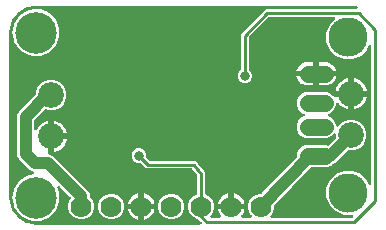
<source format=gbr>
G04 EAGLE Gerber RS-274X export*
G75*
%MOMM*%
%FSLAX34Y34*%
%LPD*%
%INBottom Copper*%
%IPPOS*%
%AMOC8*
5,1,8,0,0,1.08239X$1,22.5*%
G01*
%ADD10C,0.908000*%
%ADD11C,3.516000*%
%ADD12C,2.184400*%
%ADD13C,1.458000*%
%ADD14C,3.316000*%
%ADD15C,1.778000*%
%ADD16C,0.800100*%
%ADD17C,0.254000*%
%ADD18C,1.016000*%

G36*
X164323Y2550D02*
X164323Y2550D01*
X164393Y2548D01*
X164480Y2569D01*
X164569Y2581D01*
X164634Y2606D01*
X164702Y2623D01*
X164781Y2665D01*
X164865Y2698D01*
X164921Y2739D01*
X164983Y2772D01*
X165050Y2832D01*
X165122Y2884D01*
X165167Y2938D01*
X165218Y2986D01*
X165268Y3060D01*
X165325Y3129D01*
X165355Y3193D01*
X165393Y3251D01*
X165422Y3336D01*
X165460Y3417D01*
X165473Y3486D01*
X165496Y3552D01*
X165503Y3642D01*
X165520Y3729D01*
X165516Y3799D01*
X165521Y3869D01*
X165506Y3958D01*
X165500Y4047D01*
X165479Y4113D01*
X165467Y4183D01*
X165430Y4264D01*
X165402Y4349D01*
X165365Y4409D01*
X165336Y4472D01*
X165280Y4542D01*
X165232Y4618D01*
X165181Y4666D01*
X165137Y4721D01*
X165015Y4825D01*
X164338Y5333D01*
X164330Y5338D01*
X164323Y5344D01*
X164191Y5417D01*
X164061Y5491D01*
X164053Y5493D01*
X164045Y5498D01*
X163900Y5535D01*
X163754Y5575D01*
X163745Y5575D01*
X163744Y5575D01*
X162994Y6325D01*
X162987Y6331D01*
X162981Y6338D01*
X162858Y6443D01*
X161667Y7336D01*
X161599Y7375D01*
X161536Y7423D01*
X161391Y7494D01*
X158913Y8520D01*
X155840Y11593D01*
X154177Y15607D01*
X154177Y19953D01*
X155840Y23967D01*
X158913Y27040D01*
X161014Y27910D01*
X161039Y27925D01*
X161067Y27934D01*
X161177Y28003D01*
X161290Y28068D01*
X161311Y28088D01*
X161336Y28104D01*
X161425Y28199D01*
X161518Y28289D01*
X161534Y28314D01*
X161554Y28336D01*
X161617Y28449D01*
X161685Y28560D01*
X161693Y28588D01*
X161708Y28614D01*
X161740Y28740D01*
X161778Y28864D01*
X161780Y28893D01*
X161787Y28922D01*
X161797Y29083D01*
X161797Y44065D01*
X161792Y44106D01*
X161795Y44148D01*
X161772Y44263D01*
X161757Y44380D01*
X161742Y44419D01*
X161734Y44460D01*
X161684Y44567D01*
X161640Y44676D01*
X161616Y44710D01*
X161598Y44747D01*
X161503Y44877D01*
X157584Y49581D01*
X157470Y49687D01*
X157356Y49794D01*
X157353Y49795D01*
X157351Y49797D01*
X157214Y49872D01*
X157077Y49948D01*
X157074Y49948D01*
X157072Y49950D01*
X156920Y49988D01*
X156769Y50027D01*
X156765Y50027D01*
X156764Y50028D01*
X156758Y50028D01*
X156609Y50037D01*
X118502Y50037D01*
X113984Y54555D01*
X113906Y54616D01*
X113834Y54684D01*
X113781Y54713D01*
X113733Y54750D01*
X113642Y54789D01*
X113555Y54837D01*
X113497Y54852D01*
X113441Y54876D01*
X113343Y54892D01*
X113247Y54917D01*
X113147Y54923D01*
X113127Y54926D01*
X113115Y54925D01*
X113087Y54927D01*
X111050Y54927D01*
X108832Y55845D01*
X107135Y57542D01*
X106217Y59760D01*
X106217Y62160D01*
X107135Y64378D01*
X108832Y66075D01*
X111050Y66993D01*
X113450Y66993D01*
X115668Y66075D01*
X117365Y64378D01*
X118283Y62160D01*
X118283Y60123D01*
X118296Y60025D01*
X118299Y59926D01*
X118315Y59868D01*
X118323Y59808D01*
X118360Y59716D01*
X118387Y59621D01*
X118418Y59568D01*
X118440Y59512D01*
X118498Y59432D01*
X118549Y59347D01*
X118615Y59271D01*
X118627Y59255D01*
X118636Y59247D01*
X118655Y59226D01*
X120866Y57014D01*
X120945Y56954D01*
X121017Y56886D01*
X121070Y56857D01*
X121118Y56820D01*
X121209Y56780D01*
X121295Y56732D01*
X121354Y56717D01*
X121409Y56693D01*
X121507Y56678D01*
X121603Y56653D01*
X121703Y56647D01*
X121724Y56643D01*
X121736Y56645D01*
X121764Y56643D01*
X157095Y56643D01*
X157136Y56648D01*
X157178Y56645D01*
X157293Y56668D01*
X157410Y56683D01*
X157449Y56698D01*
X157490Y56706D01*
X157596Y56756D01*
X157607Y56760D01*
X158843Y56648D01*
X158864Y56649D01*
X158957Y56643D01*
X160185Y56643D01*
X160205Y56634D01*
X160239Y56611D01*
X160350Y56571D01*
X160360Y56567D01*
X161154Y55614D01*
X161170Y55599D01*
X161232Y55529D01*
X162100Y54661D01*
X162108Y54641D01*
X162116Y54600D01*
X162166Y54493D01*
X162210Y54384D01*
X162234Y54350D01*
X162252Y54313D01*
X162347Y54183D01*
X167504Y47994D01*
X167520Y47979D01*
X167582Y47909D01*
X168450Y47041D01*
X168458Y47021D01*
X168466Y46980D01*
X168516Y46874D01*
X168520Y46863D01*
X168408Y45627D01*
X168409Y45606D01*
X168403Y45512D01*
X168403Y29083D01*
X168406Y29054D01*
X168404Y29024D01*
X168426Y28896D01*
X168443Y28767D01*
X168453Y28740D01*
X168458Y28711D01*
X168512Y28592D01*
X168560Y28472D01*
X168577Y28448D01*
X168589Y28421D01*
X168670Y28319D01*
X168746Y28214D01*
X168769Y28195D01*
X168788Y28172D01*
X168891Y28094D01*
X168991Y28011D01*
X169018Y27999D01*
X169042Y27981D01*
X169186Y27910D01*
X171287Y27040D01*
X174360Y23967D01*
X176023Y19953D01*
X176023Y15607D01*
X174360Y11593D01*
X173317Y10549D01*
X173232Y10440D01*
X173143Y10333D01*
X173134Y10314D01*
X173122Y10298D01*
X173066Y10171D01*
X173007Y10045D01*
X173003Y10025D01*
X172995Y10006D01*
X172973Y9868D01*
X172947Y9732D01*
X172949Y9712D01*
X172945Y9692D01*
X172958Y9553D01*
X172967Y9415D01*
X172973Y9396D01*
X172975Y9376D01*
X173022Y9244D01*
X173065Y9113D01*
X173076Y9095D01*
X173083Y9076D01*
X173161Y8961D01*
X173235Y8844D01*
X173250Y8830D01*
X173261Y8813D01*
X173365Y8721D01*
X173467Y8626D01*
X173485Y8616D01*
X173500Y8603D01*
X173624Y8540D01*
X173745Y8472D01*
X173765Y8467D01*
X173783Y8458D01*
X173919Y8428D01*
X174053Y8393D01*
X174081Y8391D01*
X174093Y8388D01*
X174114Y8389D01*
X174214Y8383D01*
X180707Y8383D01*
X180747Y8388D01*
X180787Y8385D01*
X180904Y8408D01*
X181023Y8423D01*
X181060Y8437D01*
X181099Y8445D01*
X181207Y8496D01*
X181319Y8540D01*
X181351Y8563D01*
X181387Y8580D01*
X181479Y8656D01*
X181576Y8726D01*
X181601Y8757D01*
X181632Y8782D01*
X181702Y8879D01*
X181779Y8971D01*
X181796Y9007D01*
X181819Y9040D01*
X181863Y9151D01*
X181914Y9259D01*
X181922Y9298D01*
X181936Y9335D01*
X181952Y9454D01*
X181974Y9571D01*
X181972Y9611D01*
X181977Y9651D01*
X181962Y9769D01*
X181954Y9889D01*
X181942Y9927D01*
X181937Y9966D01*
X181893Y10078D01*
X181856Y10191D01*
X181835Y10225D01*
X181820Y10262D01*
X181734Y10398D01*
X180724Y11789D01*
X179907Y13392D01*
X179351Y15103D01*
X179323Y15281D01*
X189270Y15281D01*
X189388Y15296D01*
X189507Y15303D01*
X189545Y15315D01*
X189585Y15321D01*
X189696Y15364D01*
X189809Y15401D01*
X189843Y15423D01*
X189881Y15438D01*
X189977Y15507D01*
X190078Y15571D01*
X190106Y15601D01*
X190138Y15624D01*
X190214Y15716D01*
X190296Y15803D01*
X190315Y15838D01*
X190341Y15869D01*
X190392Y15977D01*
X190449Y16081D01*
X190459Y16121D01*
X190477Y16157D01*
X190497Y16264D01*
X190501Y16234D01*
X190545Y16124D01*
X190581Y16011D01*
X190603Y15976D01*
X190618Y15939D01*
X190688Y15842D01*
X190751Y15742D01*
X190781Y15714D01*
X190805Y15681D01*
X190896Y15605D01*
X190983Y15524D01*
X191018Y15504D01*
X191050Y15479D01*
X191157Y15428D01*
X191262Y15370D01*
X191301Y15360D01*
X191337Y15343D01*
X191454Y15321D01*
X191570Y15291D01*
X191630Y15287D01*
X191650Y15283D01*
X191670Y15285D01*
X191730Y15281D01*
X201677Y15281D01*
X201649Y15103D01*
X201093Y13392D01*
X200276Y11789D01*
X199266Y10398D01*
X199247Y10363D01*
X199221Y10333D01*
X199170Y10224D01*
X199113Y10119D01*
X199103Y10081D01*
X199086Y10045D01*
X199063Y9928D01*
X199033Y9811D01*
X199033Y9771D01*
X199026Y9732D01*
X199033Y9613D01*
X199033Y9493D01*
X199043Y9455D01*
X199046Y9415D01*
X199083Y9301D01*
X199112Y9185D01*
X199131Y9150D01*
X199144Y9113D01*
X199208Y9011D01*
X199265Y8907D01*
X199293Y8878D01*
X199314Y8844D01*
X199401Y8762D01*
X199483Y8675D01*
X199517Y8653D01*
X199546Y8626D01*
X199650Y8568D01*
X199751Y8504D01*
X199789Y8492D01*
X199824Y8472D01*
X199940Y8443D01*
X200054Y8405D01*
X200093Y8403D01*
X200132Y8393D01*
X200293Y8383D01*
X206786Y8383D01*
X206924Y8400D01*
X207062Y8413D01*
X207081Y8420D01*
X207102Y8423D01*
X207231Y8474D01*
X207362Y8521D01*
X207378Y8532D01*
X207397Y8540D01*
X207509Y8621D01*
X207625Y8699D01*
X207638Y8715D01*
X207655Y8726D01*
X207743Y8834D01*
X207835Y8938D01*
X207844Y8956D01*
X207857Y8971D01*
X207917Y9097D01*
X207980Y9221D01*
X207984Y9241D01*
X207993Y9259D01*
X208019Y9396D01*
X208049Y9531D01*
X208049Y9552D01*
X208053Y9571D01*
X208044Y9710D01*
X208040Y9849D01*
X208034Y9869D01*
X208033Y9889D01*
X207990Y10021D01*
X207951Y10155D01*
X207941Y10172D01*
X207935Y10191D01*
X207860Y10309D01*
X207790Y10429D01*
X207771Y10450D01*
X207765Y10460D01*
X207750Y10474D01*
X207683Y10549D01*
X206640Y11593D01*
X204977Y15607D01*
X204977Y19953D01*
X206640Y23967D01*
X209713Y27040D01*
X213727Y28703D01*
X216049Y28703D01*
X216157Y28716D01*
X216266Y28721D01*
X216314Y28736D01*
X216365Y28743D01*
X216466Y28783D01*
X216570Y28814D01*
X216613Y28841D01*
X216661Y28860D01*
X216748Y28923D01*
X216841Y28980D01*
X216900Y29034D01*
X216918Y29046D01*
X216929Y29059D01*
X216960Y29088D01*
X245489Y58496D01*
X245543Y58568D01*
X245604Y58633D01*
X245638Y58694D01*
X245680Y58750D01*
X245714Y58833D01*
X245758Y58911D01*
X245775Y58979D01*
X245802Y59044D01*
X245815Y59133D01*
X245837Y59219D01*
X245845Y59345D01*
X245847Y59359D01*
X245846Y59366D01*
X245847Y59380D01*
X245847Y62104D01*
X247267Y65531D01*
X249889Y68153D01*
X253316Y69573D01*
X271604Y69573D01*
X272065Y69382D01*
X272094Y69374D01*
X272120Y69361D01*
X272246Y69332D01*
X272372Y69298D01*
X272401Y69298D01*
X272430Y69291D01*
X272560Y69295D01*
X272690Y69293D01*
X272718Y69300D01*
X272748Y69301D01*
X272873Y69337D01*
X272999Y69367D01*
X273025Y69381D01*
X273053Y69389D01*
X273165Y69455D01*
X273280Y69516D01*
X273302Y69536D01*
X273327Y69551D01*
X273448Y69657D01*
X278774Y74982D01*
X278834Y75061D01*
X278902Y75133D01*
X278931Y75186D01*
X278968Y75234D01*
X279008Y75325D01*
X279056Y75411D01*
X279071Y75470D01*
X279095Y75526D01*
X279110Y75624D01*
X279135Y75719D01*
X279141Y75819D01*
X279145Y75840D01*
X279143Y75852D01*
X279145Y75880D01*
X279145Y78397D01*
X279128Y78534D01*
X279115Y78673D01*
X279108Y78692D01*
X279105Y78712D01*
X279054Y78841D01*
X279007Y78972D01*
X278996Y78989D01*
X278988Y79008D01*
X278907Y79120D01*
X278829Y79235D01*
X278813Y79249D01*
X278802Y79265D01*
X278694Y79354D01*
X278590Y79446D01*
X278572Y79455D01*
X278557Y79468D01*
X278431Y79527D01*
X278307Y79591D01*
X278287Y79595D01*
X278269Y79604D01*
X278133Y79630D01*
X277997Y79660D01*
X277976Y79660D01*
X277957Y79663D01*
X277818Y79655D01*
X277679Y79651D01*
X277659Y79645D01*
X277639Y79644D01*
X277507Y79601D01*
X277373Y79562D01*
X277356Y79552D01*
X277337Y79546D01*
X277219Y79471D01*
X277099Y79401D01*
X277078Y79382D01*
X277068Y79375D01*
X277054Y79360D01*
X276979Y79294D01*
X275031Y77347D01*
X271604Y75927D01*
X253316Y75927D01*
X249889Y77347D01*
X247267Y79969D01*
X245847Y83396D01*
X245847Y87104D01*
X247267Y90531D01*
X249889Y93153D01*
X252120Y94077D01*
X252241Y94146D01*
X252363Y94211D01*
X252378Y94225D01*
X252396Y94235D01*
X252496Y94332D01*
X252599Y94425D01*
X252610Y94442D01*
X252624Y94456D01*
X252697Y94574D01*
X252773Y94691D01*
X252780Y94710D01*
X252791Y94727D01*
X252831Y94860D01*
X252877Y94992D01*
X252878Y95012D01*
X252884Y95031D01*
X252891Y95170D01*
X252902Y95309D01*
X252898Y95329D01*
X252899Y95349D01*
X252871Y95485D01*
X252847Y95622D01*
X252839Y95641D01*
X252835Y95660D01*
X252774Y95785D01*
X252717Y95912D01*
X252704Y95928D01*
X252695Y95946D01*
X252605Y96052D01*
X252518Y96160D01*
X252502Y96173D01*
X252489Y96188D01*
X252375Y96268D01*
X252264Y96352D01*
X252239Y96364D01*
X252229Y96371D01*
X252210Y96378D01*
X252120Y96423D01*
X249889Y97347D01*
X247267Y99969D01*
X245847Y103396D01*
X245847Y107104D01*
X247267Y110531D01*
X249889Y113153D01*
X253316Y114573D01*
X271604Y114573D01*
X275031Y113153D01*
X277062Y111122D01*
X277140Y111062D01*
X277212Y110994D01*
X277265Y110965D01*
X277313Y110928D01*
X277404Y110888D01*
X277491Y110840D01*
X277549Y110825D01*
X277605Y110801D01*
X277703Y110786D01*
X277799Y110761D01*
X277899Y110755D01*
X277919Y110751D01*
X277931Y110752D01*
X277959Y110751D01*
X289601Y110751D01*
X289601Y100015D01*
X288947Y100119D01*
X286932Y100774D01*
X285044Y101736D01*
X283330Y102981D01*
X281831Y104480D01*
X281369Y105116D01*
X281314Y105174D01*
X281268Y105239D01*
X281206Y105290D01*
X281151Y105348D01*
X281084Y105391D01*
X281023Y105441D01*
X280950Y105476D01*
X280883Y105518D01*
X280807Y105543D01*
X280735Y105577D01*
X280656Y105592D01*
X280580Y105617D01*
X280501Y105622D01*
X280422Y105637D01*
X280343Y105632D01*
X280263Y105637D01*
X280185Y105622D01*
X280105Y105617D01*
X280029Y105592D01*
X279950Y105577D01*
X279878Y105543D01*
X279803Y105519D01*
X279735Y105476D01*
X279663Y105442D01*
X279601Y105391D01*
X279534Y105349D01*
X279479Y105290D01*
X279417Y105240D01*
X279370Y105175D01*
X279316Y105117D01*
X279277Y105047D01*
X279230Y104982D01*
X279201Y104908D01*
X279162Y104839D01*
X279142Y104761D01*
X279113Y104687D01*
X279103Y104608D01*
X279083Y104531D01*
X279073Y104373D01*
X279073Y104371D01*
X279073Y104370D01*
X279073Y103396D01*
X277653Y99969D01*
X275031Y97347D01*
X272800Y96423D01*
X272680Y96354D01*
X272557Y96289D01*
X272542Y96275D01*
X272524Y96265D01*
X272424Y96168D01*
X272321Y96075D01*
X272310Y96058D01*
X272296Y96044D01*
X272223Y95925D01*
X272147Y95809D01*
X272140Y95790D01*
X272129Y95773D01*
X272088Y95640D01*
X272043Y95508D01*
X272042Y95488D01*
X272036Y95469D01*
X272029Y95330D01*
X272018Y95191D01*
X272022Y95171D01*
X272021Y95151D01*
X272049Y95015D01*
X272073Y94878D01*
X272081Y94859D01*
X272085Y94840D01*
X272146Y94714D01*
X272203Y94588D01*
X272216Y94572D01*
X272225Y94554D01*
X272315Y94448D01*
X272402Y94340D01*
X272418Y94327D01*
X272431Y94312D01*
X272545Y94232D01*
X272656Y94148D01*
X272681Y94136D01*
X272691Y94129D01*
X272710Y94122D01*
X272800Y94077D01*
X275031Y93153D01*
X277653Y90531D01*
X279073Y87104D01*
X279073Y86608D01*
X279090Y86470D01*
X279103Y86331D01*
X279110Y86312D01*
X279113Y86292D01*
X279164Y86163D01*
X279211Y86032D01*
X279222Y86015D01*
X279230Y85996D01*
X279311Y85884D01*
X279389Y85769D01*
X279405Y85756D01*
X279416Y85739D01*
X279524Y85650D01*
X279628Y85558D01*
X279646Y85549D01*
X279661Y85536D01*
X279787Y85477D01*
X279911Y85414D01*
X279931Y85409D01*
X279949Y85401D01*
X280085Y85375D01*
X280221Y85344D01*
X280242Y85345D01*
X280261Y85341D01*
X280400Y85350D01*
X280539Y85354D01*
X280559Y85360D01*
X280579Y85361D01*
X280711Y85404D01*
X280845Y85442D01*
X280862Y85453D01*
X280881Y85459D01*
X280999Y85533D01*
X281119Y85604D01*
X281140Y85622D01*
X281150Y85629D01*
X281164Y85644D01*
X281239Y85710D01*
X284762Y89233D01*
X289523Y91205D01*
X294677Y91205D01*
X299438Y89233D01*
X303083Y85588D01*
X305055Y80827D01*
X305055Y75673D01*
X303083Y70912D01*
X299438Y67267D01*
X294677Y65295D01*
X289730Y65295D01*
X289632Y65283D01*
X289533Y65280D01*
X289474Y65263D01*
X289414Y65255D01*
X289322Y65219D01*
X289227Y65191D01*
X289175Y65161D01*
X289119Y65138D01*
X289039Y65080D01*
X288953Y65030D01*
X288878Y64964D01*
X288861Y64952D01*
X288854Y64942D01*
X288832Y64924D01*
X278129Y54220D01*
X276272Y53451D01*
X276264Y53446D01*
X276255Y53444D01*
X276125Y53367D01*
X275996Y53293D01*
X275989Y53287D01*
X275981Y53282D01*
X275860Y53176D01*
X275031Y52347D01*
X271604Y50927D01*
X258503Y50927D01*
X258395Y50914D01*
X258287Y50909D01*
X258238Y50894D01*
X258187Y50887D01*
X258086Y50847D01*
X257982Y50816D01*
X257939Y50789D01*
X257892Y50770D01*
X257804Y50707D01*
X257711Y50650D01*
X257652Y50596D01*
X257634Y50584D01*
X257624Y50571D01*
X257592Y50542D01*
X227181Y19194D01*
X227127Y19122D01*
X227066Y19057D01*
X227032Y18996D01*
X226990Y18939D01*
X226956Y18857D01*
X226912Y18778D01*
X226895Y18710D01*
X226868Y18646D01*
X226855Y18557D01*
X226833Y18470D01*
X226825Y18345D01*
X226823Y18331D01*
X226824Y18324D01*
X226823Y18310D01*
X226823Y15607D01*
X225160Y11593D01*
X224117Y10549D01*
X224032Y10440D01*
X223943Y10333D01*
X223934Y10314D01*
X223922Y10298D01*
X223866Y10171D01*
X223807Y10045D01*
X223803Y10025D01*
X223795Y10006D01*
X223773Y9868D01*
X223747Y9732D01*
X223749Y9712D01*
X223745Y9692D01*
X223758Y9553D01*
X223767Y9415D01*
X223773Y9396D01*
X223775Y9376D01*
X223822Y9244D01*
X223865Y9113D01*
X223876Y9095D01*
X223883Y9076D01*
X223961Y8961D01*
X224035Y8844D01*
X224050Y8830D01*
X224061Y8813D01*
X224165Y8721D01*
X224267Y8626D01*
X224285Y8616D01*
X224300Y8603D01*
X224424Y8540D01*
X224545Y8472D01*
X224565Y8467D01*
X224583Y8458D01*
X224719Y8428D01*
X224853Y8393D01*
X224881Y8391D01*
X224893Y8388D01*
X224914Y8389D01*
X225014Y8383D01*
X292746Y8383D01*
X292844Y8395D01*
X292942Y8398D01*
X293001Y8415D01*
X293062Y8423D01*
X293153Y8459D01*
X293248Y8486D01*
X293301Y8517D01*
X293357Y8540D01*
X293437Y8597D01*
X293522Y8647D01*
X293598Y8715D01*
X293615Y8726D01*
X293622Y8736D01*
X293627Y8740D01*
X293631Y8742D01*
X293633Y8745D01*
X293643Y8754D01*
X293659Y8770D01*
X293745Y8880D01*
X293834Y8987D01*
X293842Y9005D01*
X293854Y9021D01*
X293910Y9149D01*
X293969Y9275D01*
X293973Y9294D01*
X293981Y9312D01*
X294003Y9451D01*
X294029Y9588D01*
X294028Y9607D01*
X294031Y9627D01*
X294018Y9766D01*
X294009Y9905D01*
X294003Y9924D01*
X294001Y9943D01*
X293954Y10075D01*
X293911Y10207D01*
X293901Y10224D01*
X293894Y10243D01*
X293816Y10358D01*
X293741Y10476D01*
X293727Y10490D01*
X293716Y10506D01*
X293611Y10599D01*
X293509Y10694D01*
X293492Y10704D01*
X293477Y10717D01*
X293353Y10780D01*
X293231Y10848D01*
X293212Y10852D01*
X293194Y10861D01*
X293058Y10892D01*
X292923Y10927D01*
X292896Y10929D01*
X292884Y10931D01*
X292864Y10931D01*
X292762Y10937D01*
X285858Y10937D01*
X279017Y13771D01*
X273781Y19007D01*
X270947Y25848D01*
X270947Y33252D01*
X273781Y40093D01*
X279017Y45329D01*
X285858Y48163D01*
X293262Y48163D01*
X300103Y45329D01*
X305339Y40093D01*
X306675Y36867D01*
X306710Y36807D01*
X306736Y36742D01*
X306788Y36669D01*
X306833Y36591D01*
X306881Y36541D01*
X306922Y36484D01*
X306992Y36427D01*
X307054Y36363D01*
X307114Y36326D01*
X307167Y36282D01*
X307249Y36243D01*
X307325Y36196D01*
X307392Y36176D01*
X307455Y36146D01*
X307543Y36129D01*
X307629Y36103D01*
X307699Y36099D01*
X307768Y36086D01*
X307857Y36092D01*
X307947Y36088D01*
X308015Y36102D01*
X308085Y36106D01*
X308170Y36134D01*
X308258Y36152D01*
X308321Y36183D01*
X308387Y36204D01*
X308463Y36252D01*
X308544Y36292D01*
X308597Y36337D01*
X308656Y36374D01*
X308718Y36440D01*
X308786Y36498D01*
X308826Y36555D01*
X308874Y36606D01*
X308917Y36684D01*
X308969Y36758D01*
X308994Y36823D01*
X309028Y36884D01*
X309050Y36971D01*
X309082Y37055D01*
X309090Y37125D01*
X309107Y37192D01*
X309117Y37353D01*
X309117Y153147D01*
X309109Y153216D01*
X309110Y153286D01*
X309089Y153374D01*
X309077Y153463D01*
X309052Y153528D01*
X309035Y153595D01*
X308993Y153675D01*
X308960Y153758D01*
X308919Y153815D01*
X308887Y153876D01*
X308826Y153943D01*
X308774Y154016D01*
X308720Y154060D01*
X308673Y154112D01*
X308598Y154161D01*
X308529Y154218D01*
X308465Y154248D01*
X308407Y154287D01*
X308322Y154316D01*
X308241Y154354D01*
X308172Y154367D01*
X308106Y154390D01*
X308017Y154397D01*
X307929Y154414D01*
X307859Y154409D01*
X307789Y154415D01*
X307701Y154400D01*
X307611Y154394D01*
X307545Y154373D01*
X307476Y154361D01*
X307394Y154324D01*
X307309Y154296D01*
X307250Y154259D01*
X307186Y154230D01*
X307116Y154174D01*
X307040Y154126D01*
X306992Y154075D01*
X306938Y154031D01*
X306883Y153960D01*
X306822Y153894D01*
X306788Y153833D01*
X306746Y153777D01*
X306675Y153633D01*
X305339Y150407D01*
X300103Y145171D01*
X293262Y142337D01*
X285858Y142337D01*
X279017Y145171D01*
X273781Y150407D01*
X270947Y157248D01*
X270947Y164652D01*
X273781Y171493D01*
X278428Y176141D01*
X278513Y176250D01*
X278602Y176357D01*
X278611Y176376D01*
X278623Y176392D01*
X278679Y176520D01*
X278738Y176645D01*
X278741Y176665D01*
X278749Y176684D01*
X278771Y176822D01*
X278797Y176958D01*
X278796Y176978D01*
X278799Y176998D01*
X278786Y177137D01*
X278778Y177275D01*
X278771Y177294D01*
X278769Y177314D01*
X278722Y177446D01*
X278680Y177577D01*
X278669Y177595D01*
X278662Y177614D01*
X278584Y177729D01*
X278509Y177846D01*
X278495Y177860D01*
X278483Y177877D01*
X278379Y177969D01*
X278278Y178064D01*
X278260Y178074D01*
X278245Y178087D01*
X278121Y178151D01*
X277999Y178218D01*
X277980Y178223D01*
X277962Y178232D01*
X277826Y178262D01*
X277691Y178297D01*
X277663Y178299D01*
X277651Y178302D01*
X277631Y178301D01*
X277531Y178307D01*
X222874Y178307D01*
X222776Y178295D01*
X222677Y178292D01*
X222618Y178275D01*
X222558Y178267D01*
X222466Y178231D01*
X222371Y178203D01*
X222319Y178173D01*
X222263Y178150D01*
X222183Y178092D01*
X222097Y178042D01*
X222022Y177976D01*
X222005Y177964D01*
X221997Y177954D01*
X221976Y177936D01*
X205604Y161564D01*
X205544Y161485D01*
X205476Y161413D01*
X205447Y161360D01*
X205410Y161312D01*
X205370Y161221D01*
X205322Y161135D01*
X205307Y161076D01*
X205283Y161021D01*
X205268Y160923D01*
X205243Y160827D01*
X205237Y160727D01*
X205233Y160706D01*
X205235Y160694D01*
X205233Y160666D01*
X205233Y134025D01*
X205245Y133927D01*
X205248Y133828D01*
X205265Y133770D01*
X205273Y133710D01*
X205309Y133618D01*
X205337Y133523D01*
X205367Y133470D01*
X205390Y133414D01*
X205448Y133334D01*
X205498Y133249D01*
X205564Y133173D01*
X205576Y133157D01*
X205586Y133149D01*
X205604Y133128D01*
X207045Y131688D01*
X207963Y129470D01*
X207963Y127070D01*
X207045Y124852D01*
X205348Y123155D01*
X203130Y122237D01*
X200730Y122237D01*
X198512Y123155D01*
X196815Y124852D01*
X195897Y127070D01*
X195897Y129470D01*
X196815Y131688D01*
X198256Y133128D01*
X198316Y133206D01*
X198384Y133278D01*
X198413Y133331D01*
X198450Y133379D01*
X198490Y133470D01*
X198538Y133557D01*
X198553Y133615D01*
X198577Y133671D01*
X198592Y133769D01*
X198617Y133865D01*
X198623Y133965D01*
X198627Y133985D01*
X198625Y133997D01*
X198627Y134025D01*
X198627Y163928D01*
X219612Y184913D01*
X296223Y184913D01*
X296341Y184928D01*
X296461Y184935D01*
X296499Y184948D01*
X296538Y184953D01*
X296649Y184996D01*
X296763Y185033D01*
X296797Y185055D01*
X296834Y185070D01*
X296931Y185140D01*
X297032Y185204D01*
X297059Y185233D01*
X297092Y185256D01*
X297168Y185348D01*
X297249Y185435D01*
X297269Y185471D01*
X297294Y185501D01*
X297345Y185609D01*
X297403Y185714D01*
X297413Y185753D01*
X297430Y185789D01*
X297452Y185906D01*
X297482Y186022D01*
X297482Y186062D01*
X297490Y186101D01*
X297482Y186221D01*
X297482Y186340D01*
X297472Y186379D01*
X297470Y186419D01*
X297433Y186532D01*
X297404Y186648D01*
X297384Y186683D01*
X297372Y186721D01*
X297308Y186822D01*
X297251Y186927D01*
X297223Y186956D01*
X297202Y186990D01*
X297115Y187072D01*
X297033Y187159D01*
X296999Y187181D01*
X296970Y187208D01*
X296866Y187266D01*
X296765Y187330D01*
X296709Y187352D01*
X296692Y187362D01*
X296672Y187367D01*
X296615Y187389D01*
X295870Y187631D01*
X295802Y187644D01*
X295736Y187667D01*
X295577Y187690D01*
X292200Y187955D01*
X292178Y187954D01*
X292100Y187959D01*
X25400Y187959D01*
X25378Y187957D01*
X25300Y187955D01*
X21923Y187690D01*
X21855Y187676D01*
X21786Y187671D01*
X21630Y187631D01*
X18892Y186741D01*
X18867Y186730D01*
X18841Y186724D01*
X18724Y186663D01*
X18604Y186606D01*
X18583Y186589D01*
X18560Y186577D01*
X18462Y186489D01*
X18445Y186488D01*
X18418Y186493D01*
X18286Y186485D01*
X18153Y186483D01*
X18128Y186475D01*
X18101Y186474D01*
X17945Y186434D01*
X15206Y185544D01*
X15099Y185494D01*
X14988Y185450D01*
X14937Y185417D01*
X14918Y185409D01*
X14903Y185396D01*
X14852Y185364D01*
X9388Y181393D01*
X9301Y181312D01*
X9209Y181236D01*
X9171Y181190D01*
X9156Y181176D01*
X9145Y181158D01*
X9107Y181112D01*
X5136Y175648D01*
X5079Y175544D01*
X5015Y175444D01*
X4993Y175387D01*
X4983Y175369D01*
X4978Y175349D01*
X4956Y175294D01*
X2869Y168870D01*
X2856Y168802D01*
X2833Y168736D01*
X2810Y168577D01*
X2545Y165200D01*
X2546Y165178D01*
X2541Y165100D01*
X2541Y25400D01*
X2543Y25378D01*
X2545Y25300D01*
X2810Y21923D01*
X2824Y21855D01*
X2829Y21786D01*
X2869Y21630D01*
X4956Y15206D01*
X5006Y15099D01*
X5050Y14988D01*
X5083Y14937D01*
X5091Y14918D01*
X5104Y14903D01*
X5136Y14852D01*
X9107Y9388D01*
X9127Y9366D01*
X9138Y9348D01*
X9184Y9305D01*
X9188Y9301D01*
X9264Y9209D01*
X9310Y9171D01*
X9324Y9156D01*
X9342Y9145D01*
X9388Y9107D01*
X14596Y5322D01*
X14852Y5136D01*
X14956Y5079D01*
X15056Y5015D01*
X15113Y4993D01*
X15131Y4983D01*
X15151Y4978D01*
X15206Y4956D01*
X17945Y4066D01*
X17971Y4061D01*
X17996Y4051D01*
X18127Y4031D01*
X18257Y4007D01*
X18284Y4008D01*
X18310Y4004D01*
X18441Y4018D01*
X18455Y4008D01*
X18474Y3989D01*
X18586Y3917D01*
X18694Y3842D01*
X18719Y3832D01*
X18742Y3818D01*
X18892Y3759D01*
X21630Y2869D01*
X21698Y2856D01*
X21764Y2833D01*
X21923Y2810D01*
X25300Y2545D01*
X25322Y2546D01*
X25400Y2541D01*
X164253Y2541D01*
X164323Y2550D01*
G37*
%LPC*%
G36*
X23676Y5780D02*
X23676Y5780D01*
X23658Y5780D01*
X23543Y5787D01*
X21499Y5787D01*
X20951Y6014D01*
X20853Y6041D01*
X20757Y6077D01*
X20665Y6092D01*
X20644Y6098D01*
X20631Y6098D01*
X20598Y6104D01*
X19416Y6228D01*
X19390Y6227D01*
X19364Y6232D01*
X19231Y6224D01*
X19173Y6223D01*
X19147Y6250D01*
X19125Y6265D01*
X19106Y6283D01*
X18972Y6372D01*
X16215Y7964D01*
X16212Y7965D01*
X16210Y7967D01*
X16066Y8038D01*
X14290Y8773D01*
X13693Y9370D01*
X13626Y9422D01*
X13565Y9483D01*
X13451Y9558D01*
X13442Y9565D01*
X13438Y9567D01*
X13431Y9572D01*
X11929Y10439D01*
X10139Y12903D01*
X10126Y12917D01*
X10116Y12933D01*
X10009Y13054D01*
X8773Y14290D01*
X8357Y15296D01*
X8322Y15356D01*
X8297Y15420D01*
X8211Y15556D01*
X7008Y17211D01*
X6447Y19850D01*
X6436Y19883D01*
X6431Y19919D01*
X6379Y20071D01*
X5787Y21499D01*
X5787Y22822D01*
X5781Y22874D01*
X5783Y22926D01*
X5760Y23086D01*
X5268Y25400D01*
X5760Y27714D01*
X5764Y27767D01*
X5777Y27818D01*
X5787Y27978D01*
X5787Y29301D01*
X6379Y30729D01*
X6388Y30763D01*
X6404Y30795D01*
X6447Y30950D01*
X7008Y33589D01*
X8211Y35244D01*
X8244Y35305D01*
X8286Y35360D01*
X8357Y35504D01*
X8773Y36510D01*
X10009Y37746D01*
X10021Y37761D01*
X10036Y37773D01*
X10139Y37897D01*
X11929Y40361D01*
X13431Y41228D01*
X13499Y41280D01*
X13573Y41324D01*
X13675Y41414D01*
X13684Y41421D01*
X13687Y41424D01*
X13693Y41430D01*
X14290Y42027D01*
X16066Y42762D01*
X16068Y42764D01*
X16070Y42764D01*
X16215Y42836D01*
X19179Y44547D01*
X20598Y44696D01*
X20698Y44720D01*
X20799Y44734D01*
X20887Y44764D01*
X20908Y44769D01*
X20920Y44775D01*
X20951Y44786D01*
X21499Y45013D01*
X22332Y45013D01*
X22402Y45021D01*
X22472Y45020D01*
X22559Y45041D01*
X22648Y45053D01*
X22713Y45078D01*
X22781Y45095D01*
X22860Y45137D01*
X22944Y45170D01*
X23000Y45211D01*
X23062Y45243D01*
X23128Y45304D01*
X23201Y45356D01*
X23246Y45410D01*
X23297Y45457D01*
X23347Y45532D01*
X23404Y45601D01*
X23434Y45665D01*
X23472Y45723D01*
X23501Y45808D01*
X23539Y45889D01*
X23552Y45958D01*
X23575Y46024D01*
X23582Y46113D01*
X23599Y46201D01*
X23595Y46271D01*
X23600Y46341D01*
X23585Y46429D01*
X23579Y46519D01*
X23558Y46585D01*
X23546Y46654D01*
X23509Y46736D01*
X23481Y46821D01*
X23444Y46880D01*
X23415Y46944D01*
X23359Y47014D01*
X23311Y47090D01*
X23260Y47138D01*
X23217Y47192D01*
X23145Y47247D01*
X23080Y47308D01*
X23019Y47342D01*
X22963Y47384D01*
X22818Y47455D01*
X20101Y48580D01*
X10480Y58201D01*
X9397Y60815D01*
X9397Y95395D01*
X10480Y98009D01*
X24774Y112302D01*
X24834Y112381D01*
X24902Y112453D01*
X24931Y112506D01*
X24968Y112554D01*
X25008Y112645D01*
X25056Y112731D01*
X25071Y112790D01*
X25095Y112846D01*
X25110Y112944D01*
X25135Y113039D01*
X25141Y113139D01*
X25145Y113160D01*
X25143Y113172D01*
X25145Y113200D01*
X25145Y114827D01*
X27117Y119588D01*
X30762Y123233D01*
X35523Y125205D01*
X40677Y125205D01*
X45438Y123233D01*
X49083Y119588D01*
X51055Y114827D01*
X51055Y109673D01*
X49083Y104912D01*
X45438Y101267D01*
X40677Y99295D01*
X35523Y99295D01*
X33734Y100037D01*
X33705Y100044D01*
X33679Y100058D01*
X33552Y100086D01*
X33427Y100120D01*
X33397Y100121D01*
X33368Y100127D01*
X33239Y100123D01*
X33109Y100126D01*
X33080Y100119D01*
X33051Y100118D01*
X32926Y100082D01*
X32800Y100051D01*
X32773Y100038D01*
X32745Y100029D01*
X32634Y99964D01*
X32518Y99903D01*
X32497Y99883D01*
X32471Y99868D01*
X32350Y99761D01*
X23994Y91406D01*
X23934Y91327D01*
X23866Y91255D01*
X23837Y91202D01*
X23800Y91154D01*
X23760Y91063D01*
X23712Y90977D01*
X23697Y90918D01*
X23673Y90862D01*
X23658Y90764D01*
X23633Y90669D01*
X23627Y90569D01*
X23623Y90548D01*
X23625Y90536D01*
X23623Y90508D01*
X23623Y83778D01*
X23625Y83758D01*
X23623Y83738D01*
X23645Y83600D01*
X23663Y83462D01*
X23670Y83444D01*
X23673Y83424D01*
X23728Y83296D01*
X23780Y83167D01*
X23791Y83150D01*
X23799Y83132D01*
X23885Y83022D01*
X23966Y82909D01*
X23982Y82896D01*
X23994Y82881D01*
X24104Y82795D01*
X24211Y82706D01*
X24229Y82698D01*
X24245Y82686D01*
X24373Y82630D01*
X24499Y82571D01*
X24519Y82567D01*
X24537Y82559D01*
X24675Y82537D01*
X24811Y82511D01*
X24831Y82512D01*
X24851Y82509D01*
X24990Y82522D01*
X25129Y82531D01*
X25148Y82537D01*
X25168Y82539D01*
X25299Y82586D01*
X25431Y82629D01*
X25448Y82640D01*
X25467Y82646D01*
X25582Y82724D01*
X25700Y82799D01*
X25714Y82814D01*
X25730Y82825D01*
X25822Y82929D01*
X25918Y83031D01*
X25928Y83048D01*
X25941Y83063D01*
X26023Y83202D01*
X26586Y84306D01*
X27831Y86020D01*
X29330Y87519D01*
X31044Y88764D01*
X32932Y89726D01*
X34947Y90381D01*
X35601Y90485D01*
X35601Y78480D01*
X35616Y78362D01*
X35623Y78243D01*
X35635Y78205D01*
X35641Y78165D01*
X35684Y78054D01*
X35721Y77941D01*
X35743Y77907D01*
X35758Y77869D01*
X35827Y77773D01*
X35891Y77672D01*
X35921Y77644D01*
X35944Y77612D01*
X36036Y77536D01*
X36123Y77454D01*
X36158Y77435D01*
X36189Y77409D01*
X36297Y77358D01*
X36401Y77301D01*
X36441Y77291D01*
X36477Y77273D01*
X36584Y77253D01*
X36554Y77249D01*
X36444Y77205D01*
X36331Y77169D01*
X36296Y77147D01*
X36259Y77132D01*
X36162Y77062D01*
X36062Y76999D01*
X36034Y76969D01*
X36001Y76945D01*
X35925Y76854D01*
X35844Y76767D01*
X35824Y76732D01*
X35799Y76700D01*
X35748Y76593D01*
X35690Y76488D01*
X35680Y76449D01*
X35663Y76413D01*
X35641Y76296D01*
X35611Y76180D01*
X35607Y76120D01*
X35603Y76100D01*
X35605Y76080D01*
X35601Y76020D01*
X35601Y62992D01*
X35616Y62874D01*
X35623Y62755D01*
X35635Y62717D01*
X35641Y62676D01*
X35684Y62566D01*
X35721Y62453D01*
X35743Y62418D01*
X35758Y62381D01*
X35827Y62285D01*
X35891Y62184D01*
X35921Y62156D01*
X35944Y62123D01*
X36036Y62047D01*
X36123Y61966D01*
X36158Y61946D01*
X36189Y61921D01*
X36297Y61870D01*
X36401Y61812D01*
X36441Y61802D01*
X36477Y61785D01*
X36594Y61763D01*
X36709Y61733D01*
X36769Y61729D01*
X36789Y61725D01*
X36810Y61727D01*
X36870Y61723D01*
X36975Y61723D01*
X39589Y60640D01*
X69530Y30699D01*
X70613Y28085D01*
X70613Y26640D01*
X70625Y26542D01*
X70628Y26443D01*
X70645Y26385D01*
X70653Y26325D01*
X70689Y26232D01*
X70717Y26137D01*
X70747Y26085D01*
X70770Y26029D01*
X70828Y25949D01*
X70878Y25863D01*
X70944Y25788D01*
X70956Y25772D01*
X70966Y25764D01*
X70984Y25743D01*
X72760Y23967D01*
X74423Y19953D01*
X74423Y15607D01*
X72760Y11593D01*
X69687Y8520D01*
X65673Y6857D01*
X61327Y6857D01*
X57313Y8520D01*
X54240Y11593D01*
X52577Y15607D01*
X52577Y19953D01*
X54240Y23967D01*
X54294Y24022D01*
X54367Y24116D01*
X54446Y24205D01*
X54465Y24241D01*
X54489Y24273D01*
X54537Y24382D01*
X54591Y24488D01*
X54600Y24528D01*
X54616Y24565D01*
X54634Y24682D01*
X54661Y24798D01*
X54659Y24839D01*
X54666Y24879D01*
X54655Y24997D01*
X54651Y25116D01*
X54640Y25155D01*
X54636Y25195D01*
X54596Y25307D01*
X54562Y25422D01*
X54542Y25457D01*
X54528Y25495D01*
X54461Y25593D01*
X54401Y25696D01*
X54361Y25741D01*
X54350Y25758D01*
X54334Y25771D01*
X54295Y25817D01*
X45575Y34536D01*
X45506Y34589D01*
X45445Y34650D01*
X45381Y34686D01*
X45323Y34731D01*
X45244Y34766D01*
X45169Y34809D01*
X45099Y34828D01*
X45032Y34858D01*
X44946Y34871D01*
X44863Y34894D01*
X44790Y34896D01*
X44718Y34907D01*
X44632Y34899D01*
X44545Y34901D01*
X44474Y34885D01*
X44401Y34878D01*
X44320Y34848D01*
X44236Y34829D01*
X44170Y34795D01*
X44102Y34770D01*
X44030Y34722D01*
X43954Y34682D01*
X43899Y34633D01*
X43838Y34591D01*
X43781Y34527D01*
X43717Y34469D01*
X43676Y34408D01*
X43628Y34353D01*
X43589Y34276D01*
X43541Y34204D01*
X43517Y34135D01*
X43483Y34070D01*
X43465Y33986D01*
X43436Y33904D01*
X43430Y33831D01*
X43414Y33760D01*
X43416Y33673D01*
X43409Y33587D01*
X43421Y33515D01*
X43423Y33442D01*
X43447Y33359D01*
X43462Y33274D01*
X43509Y33147D01*
X43512Y33136D01*
X43514Y33132D01*
X43518Y33123D01*
X45092Y29586D01*
X45092Y21214D01*
X42263Y14859D01*
X42260Y14849D01*
X42250Y14828D01*
X41994Y14211D01*
X41975Y14187D01*
X41970Y14179D01*
X41968Y14175D01*
X41963Y14165D01*
X41900Y14044D01*
X41687Y13566D01*
X37853Y10114D01*
X37841Y10100D01*
X37804Y10068D01*
X36510Y8773D01*
X36441Y8745D01*
X36324Y8678D01*
X36204Y8615D01*
X36177Y8594D01*
X36165Y8587D01*
X36149Y8572D01*
X36078Y8515D01*
X35466Y7965D01*
X31302Y6612D01*
X31283Y6603D01*
X31209Y6577D01*
X29301Y5787D01*
X28965Y5787D01*
X28848Y5772D01*
X28729Y5765D01*
X28670Y5750D01*
X28650Y5747D01*
X28631Y5740D01*
X28573Y5725D01*
X27504Y5378D01*
X23676Y5780D01*
G37*
%LPD*%
%LPC*%
G36*
X23676Y145480D02*
X23676Y145480D01*
X23658Y145480D01*
X23543Y145487D01*
X21499Y145487D01*
X20951Y145714D01*
X20852Y145741D01*
X20757Y145777D01*
X20665Y145792D01*
X20644Y145798D01*
X20631Y145798D01*
X20598Y145804D01*
X19179Y145953D01*
X16215Y147664D01*
X16213Y147665D01*
X16210Y147667D01*
X16066Y147738D01*
X14290Y148473D01*
X13693Y149070D01*
X13626Y149122D01*
X13565Y149183D01*
X13451Y149258D01*
X13442Y149265D01*
X13438Y149267D01*
X13431Y149272D01*
X11929Y150139D01*
X10139Y152603D01*
X10126Y152617D01*
X10116Y152633D01*
X10009Y152754D01*
X8773Y153990D01*
X8357Y154996D01*
X8322Y155056D01*
X8297Y155120D01*
X8211Y155256D01*
X7008Y156911D01*
X6447Y159549D01*
X6436Y159583D01*
X6431Y159619D01*
X6379Y159771D01*
X5787Y161199D01*
X5787Y162522D01*
X5781Y162574D01*
X5783Y162626D01*
X5760Y162786D01*
X5268Y165100D01*
X5760Y167414D01*
X5764Y167467D01*
X5777Y167517D01*
X5787Y167678D01*
X5787Y169001D01*
X6379Y170429D01*
X6388Y170463D01*
X6404Y170495D01*
X6447Y170651D01*
X7008Y173289D01*
X8211Y174944D01*
X8244Y175005D01*
X8286Y175060D01*
X8357Y175204D01*
X8773Y176210D01*
X10009Y177446D01*
X10021Y177461D01*
X10036Y177473D01*
X10139Y177597D01*
X11929Y180061D01*
X13431Y180928D01*
X13499Y180980D01*
X13573Y181024D01*
X13675Y181114D01*
X13684Y181121D01*
X13687Y181124D01*
X13693Y181130D01*
X14290Y181727D01*
X16066Y182462D01*
X16068Y182464D01*
X16071Y182464D01*
X16215Y182536D01*
X18972Y184128D01*
X18993Y184144D01*
X19017Y184155D01*
X19119Y184240D01*
X19166Y184275D01*
X19203Y184268D01*
X19229Y184269D01*
X19256Y184265D01*
X19416Y184272D01*
X20598Y184396D01*
X20698Y184420D01*
X20799Y184434D01*
X20887Y184464D01*
X20908Y184469D01*
X20920Y184475D01*
X20951Y184486D01*
X21499Y184713D01*
X23543Y184713D01*
X23560Y184715D01*
X23676Y184720D01*
X27504Y185122D01*
X28573Y184775D01*
X28690Y184753D01*
X28805Y184723D01*
X28865Y184719D01*
X28885Y184715D01*
X28906Y184717D01*
X28965Y184713D01*
X29301Y184713D01*
X31209Y183922D01*
X31230Y183917D01*
X31303Y183888D01*
X35466Y182535D01*
X36078Y181985D01*
X36189Y181907D01*
X36297Y181826D01*
X36327Y181811D01*
X36339Y181803D01*
X36359Y181796D01*
X36441Y181755D01*
X36510Y181727D01*
X37805Y180432D01*
X37819Y180421D01*
X37853Y180386D01*
X41687Y176934D01*
X41900Y176456D01*
X41979Y176326D01*
X42250Y175671D01*
X42255Y175662D01*
X42263Y175641D01*
X45092Y169286D01*
X45092Y160914D01*
X42263Y154559D01*
X42260Y154549D01*
X42250Y154529D01*
X41994Y153911D01*
X41975Y153887D01*
X41970Y153879D01*
X41968Y153875D01*
X41963Y153864D01*
X41900Y153744D01*
X41687Y153266D01*
X37853Y149814D01*
X37841Y149800D01*
X37805Y149768D01*
X36510Y148473D01*
X36441Y148445D01*
X36324Y148378D01*
X36204Y148315D01*
X36177Y148294D01*
X36165Y148287D01*
X36150Y148272D01*
X36078Y148215D01*
X35466Y147665D01*
X31302Y146312D01*
X31283Y146303D01*
X31209Y146277D01*
X29301Y145487D01*
X28965Y145487D01*
X28847Y145472D01*
X28729Y145465D01*
X28670Y145450D01*
X28650Y145447D01*
X28631Y145440D01*
X28573Y145425D01*
X27504Y145078D01*
X23676Y145480D01*
G37*
%LPD*%
%LPC*%
G36*
X137527Y6857D02*
X137527Y6857D01*
X133513Y8520D01*
X130440Y11593D01*
X128777Y15607D01*
X128777Y19953D01*
X130440Y23967D01*
X133513Y27040D01*
X137527Y28703D01*
X141873Y28703D01*
X145887Y27040D01*
X148960Y23967D01*
X150623Y19953D01*
X150623Y15607D01*
X148960Y11593D01*
X145887Y8520D01*
X141873Y6857D01*
X137527Y6857D01*
G37*
%LPD*%
%LPC*%
G36*
X86727Y6857D02*
X86727Y6857D01*
X82713Y8520D01*
X79640Y11593D01*
X77977Y15607D01*
X77977Y19953D01*
X79640Y23967D01*
X82713Y27040D01*
X86727Y28703D01*
X91073Y28703D01*
X95087Y27040D01*
X98160Y23967D01*
X99823Y19953D01*
X99823Y15607D01*
X98160Y11593D01*
X95087Y8520D01*
X91073Y6857D01*
X86727Y6857D01*
G37*
%LPD*%
%LPC*%
G36*
X264834Y132624D02*
X264834Y132624D01*
X264834Y140081D01*
X270524Y140081D01*
X272052Y139839D01*
X273524Y139361D01*
X274903Y138658D01*
X276154Y137749D01*
X277249Y136654D01*
X278158Y135403D01*
X278861Y134024D01*
X279315Y132624D01*
X264834Y132624D01*
G37*
%LPD*%
%LPC*%
G36*
X245605Y132624D02*
X245605Y132624D01*
X246059Y134024D01*
X246762Y135403D01*
X247671Y136654D01*
X248766Y137749D01*
X250017Y138658D01*
X251396Y139361D01*
X252868Y139839D01*
X254396Y140081D01*
X260086Y140081D01*
X260086Y132624D01*
X245605Y132624D01*
G37*
%LPD*%
%LPC*%
G36*
X264834Y120419D02*
X264834Y120419D01*
X264834Y127876D01*
X279315Y127876D01*
X278861Y126476D01*
X278158Y125097D01*
X277249Y123846D01*
X276154Y122751D01*
X274903Y121842D01*
X273524Y121139D01*
X272052Y120661D01*
X270524Y120419D01*
X264834Y120419D01*
G37*
%LPD*%
%LPC*%
G36*
X254396Y120419D02*
X254396Y120419D01*
X252868Y120661D01*
X251396Y121139D01*
X250017Y121842D01*
X248766Y122751D01*
X247671Y123846D01*
X246762Y125097D01*
X246059Y126476D01*
X245605Y127876D01*
X260086Y127876D01*
X260086Y120419D01*
X254396Y120419D01*
G37*
%LPD*%
%LPC*%
G36*
X294599Y115749D02*
X294599Y115749D01*
X294599Y126485D01*
X295253Y126381D01*
X297268Y125726D01*
X299156Y124764D01*
X300870Y123519D01*
X302369Y122020D01*
X303614Y120306D01*
X304576Y118418D01*
X305231Y116403D01*
X305335Y115749D01*
X294599Y115749D01*
G37*
%LPD*%
%LPC*%
G36*
X40599Y79749D02*
X40599Y79749D01*
X40599Y90485D01*
X41253Y90381D01*
X43268Y89726D01*
X45156Y88764D01*
X46870Y87519D01*
X48369Y86020D01*
X49614Y84306D01*
X50576Y82418D01*
X51231Y80403D01*
X51335Y79749D01*
X40599Y79749D01*
G37*
%LPD*%
%LPC*%
G36*
X278865Y115749D02*
X278865Y115749D01*
X278969Y116403D01*
X279624Y118418D01*
X280586Y120306D01*
X281831Y122020D01*
X283330Y123519D01*
X285044Y124764D01*
X286932Y125726D01*
X288947Y126381D01*
X289601Y126485D01*
X289601Y115749D01*
X278865Y115749D01*
G37*
%LPD*%
%LPC*%
G36*
X294599Y110751D02*
X294599Y110751D01*
X305335Y110751D01*
X305231Y110097D01*
X304576Y108082D01*
X303614Y106194D01*
X302369Y104480D01*
X300870Y102981D01*
X299156Y101736D01*
X297268Y100774D01*
X295253Y100119D01*
X294599Y100015D01*
X294599Y110751D01*
G37*
%LPD*%
%LPC*%
G36*
X40599Y74751D02*
X40599Y74751D01*
X51335Y74751D01*
X51231Y74097D01*
X50576Y72082D01*
X49614Y70194D01*
X48369Y68480D01*
X46870Y66981D01*
X45156Y65736D01*
X43268Y64774D01*
X41253Y64119D01*
X40599Y64015D01*
X40599Y74751D01*
G37*
%LPD*%
%LPC*%
G36*
X116799Y20279D02*
X116799Y20279D01*
X116799Y28957D01*
X116977Y28929D01*
X118688Y28373D01*
X120291Y27557D01*
X121747Y26499D01*
X123019Y25227D01*
X124077Y23771D01*
X124893Y22168D01*
X125449Y20457D01*
X125477Y20279D01*
X116799Y20279D01*
G37*
%LPD*%
%LPC*%
G36*
X192999Y20279D02*
X192999Y20279D01*
X192999Y28957D01*
X193177Y28929D01*
X194888Y28373D01*
X196491Y27557D01*
X197947Y26499D01*
X199219Y25227D01*
X200277Y23771D01*
X201093Y22168D01*
X201649Y20457D01*
X201677Y20279D01*
X192999Y20279D01*
G37*
%LPD*%
%LPC*%
G36*
X103123Y20279D02*
X103123Y20279D01*
X103151Y20457D01*
X103707Y22168D01*
X104523Y23771D01*
X105581Y25227D01*
X106853Y26499D01*
X108309Y27557D01*
X109912Y28373D01*
X111623Y28929D01*
X111801Y28957D01*
X111801Y20279D01*
X103123Y20279D01*
G37*
%LPD*%
%LPC*%
G36*
X179323Y20279D02*
X179323Y20279D01*
X179351Y20457D01*
X179907Y22168D01*
X180723Y23771D01*
X181781Y25227D01*
X183053Y26499D01*
X184509Y27557D01*
X186112Y28373D01*
X187823Y28929D01*
X188001Y28957D01*
X188001Y20279D01*
X179323Y20279D01*
G37*
%LPD*%
%LPC*%
G36*
X116799Y15281D02*
X116799Y15281D01*
X125477Y15281D01*
X125449Y15103D01*
X124893Y13392D01*
X124077Y11789D01*
X123019Y10333D01*
X121747Y9061D01*
X120291Y8003D01*
X118688Y7187D01*
X116977Y6631D01*
X116799Y6603D01*
X116799Y15281D01*
G37*
%LPD*%
%LPC*%
G36*
X111623Y6631D02*
X111623Y6631D01*
X109912Y7187D01*
X108309Y8003D01*
X106853Y9061D01*
X105581Y10333D01*
X104523Y11789D01*
X103707Y13392D01*
X103151Y15103D01*
X103123Y15281D01*
X111801Y15281D01*
X111801Y6603D01*
X111623Y6631D01*
G37*
%LPD*%
D10*
X127000Y97440D03*
X127000Y85440D03*
D11*
X25400Y25400D03*
X25400Y165100D03*
D12*
X38100Y77250D03*
X38100Y112250D03*
X292100Y113250D03*
X292100Y78250D03*
D13*
X269750Y85250D02*
X255170Y85250D01*
X255170Y105250D02*
X269750Y105250D01*
X269750Y60250D02*
X255170Y60250D01*
X255170Y130250D02*
X269750Y130250D01*
D14*
X289560Y29550D03*
X289560Y160950D03*
D15*
X63500Y17780D03*
X88900Y17780D03*
X114300Y17780D03*
X139700Y17780D03*
X165100Y17780D03*
X190500Y17780D03*
X215900Y17780D03*
D16*
X72390Y73660D03*
X73660Y83820D03*
X78740Y64770D03*
X88900Y66040D03*
X127000Y116840D03*
X127000Y66040D03*
X171450Y71120D03*
X191770Y71120D03*
X212090Y71120D03*
X232410Y71120D03*
X171450Y171450D03*
D17*
X167640Y171450D01*
D16*
X118110Y71120D03*
X135890Y71120D03*
X118110Y111760D03*
X135890Y111760D03*
X91440Y148590D03*
X81280Y148590D03*
X72390Y143510D03*
X72390Y133350D03*
X181610Y71120D03*
X201930Y71120D03*
X222250Y71120D03*
D18*
X63500Y26670D02*
X63500Y17780D01*
X63500Y26670D02*
X35560Y54610D01*
X24130Y54610D01*
X16510Y62230D01*
X16510Y93980D01*
X34780Y112250D01*
X38100Y112250D01*
D16*
X201930Y128270D03*
D17*
X201930Y162560D01*
D16*
X112250Y60960D03*
D17*
X165100Y45720D02*
X165100Y17780D01*
X165100Y45720D02*
X158750Y53340D01*
X119870Y53340D01*
X112250Y60960D01*
X201930Y162560D02*
X220980Y181610D01*
X312420Y22860D02*
X294640Y5080D01*
X170180Y5080D01*
X165100Y8890D01*
X165100Y17780D01*
X312420Y22860D02*
X312420Y167640D01*
X298450Y181610D01*
X220980Y181610D01*
D18*
X292100Y78250D02*
X274100Y60250D01*
X262460Y60250D01*
X257100Y60250D01*
X215900Y17780D01*
M02*

</source>
